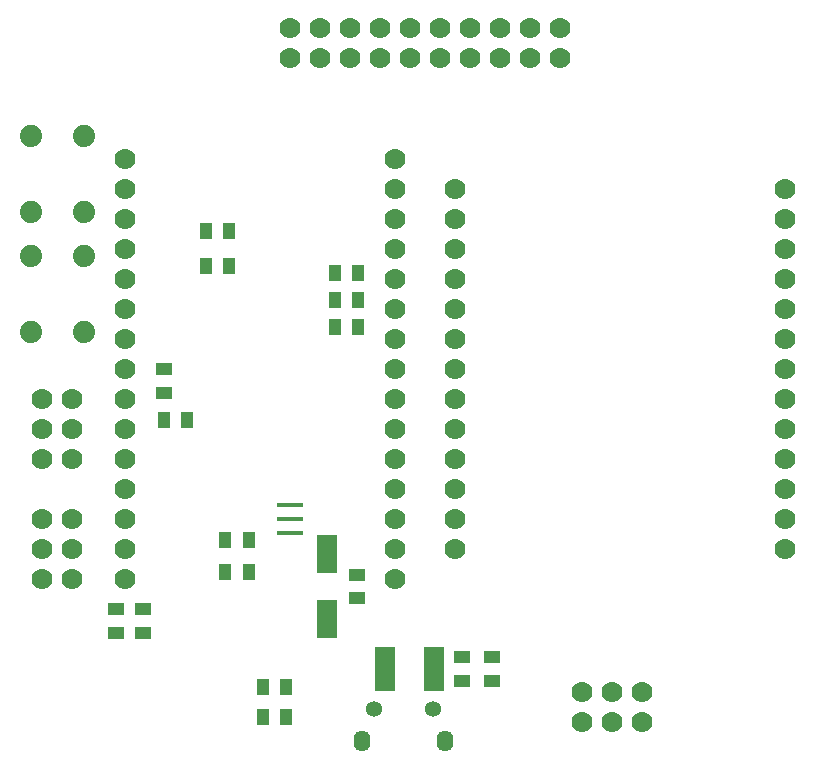
<source format=gbs>
G04 #@! TF.FileFunction,Soldermask,Bot*
%FSLAX46Y46*%
G04 Gerber Fmt 4.6, Leading zero omitted, Abs format (unit mm)*
G04 Created by KiCad (PCBNEW (2015-06-26 BZR 5832)-product) date Samstag, 05. März 2016 'u16' 11:16:22*
%MOMM*%
G01*
G04 APERTURE LIST*
%ADD10C,0.150000*%
%ADD11O,1.450000X1.300000*%
%ADD12O,1.400000X1.800000*%
%ADD13C,1.778000*%
%ADD14R,1.399540X1.099820*%
%ADD15R,1.099820X1.399540*%
%ADD16R,1.699260X3.299460*%
%ADD17R,1.800860X3.700780*%
%ADD18C,1.879600*%
%ADD19R,2.200000X0.400000*%
G04 APERTURE END LIST*
D10*
D11*
X158202000Y-130396000D03*
X153202000Y-130396000D03*
D12*
X159202000Y-133096000D03*
X152202000Y-133096000D03*
D13*
X168910000Y-72750000D03*
X168910000Y-75290000D03*
X166370000Y-72750000D03*
X166370000Y-75290000D03*
X163830000Y-72750000D03*
X163830000Y-75290000D03*
X161290000Y-72750000D03*
X161290000Y-75290000D03*
X158750000Y-72750000D03*
X158750000Y-75290000D03*
X156210000Y-72750000D03*
X156210000Y-75290000D03*
X153670000Y-72750000D03*
X153670000Y-75290000D03*
X151130000Y-72750000D03*
X151130000Y-75290000D03*
X148590000Y-72750000D03*
X148590000Y-75290000D03*
X146050000Y-72750000D03*
X146050000Y-75290000D03*
X160020000Y-86360000D03*
X187960000Y-86360000D03*
X160020000Y-88900000D03*
X187960000Y-88900000D03*
X160020000Y-91440000D03*
X187960000Y-91440000D03*
X160020000Y-93980000D03*
X187960000Y-93980000D03*
X160020000Y-96520000D03*
X187960000Y-96520000D03*
X160020000Y-99060000D03*
X187960000Y-99060000D03*
X160020000Y-101600000D03*
X187960000Y-101600000D03*
X160020000Y-104140000D03*
X187960000Y-104140000D03*
X160020000Y-106680000D03*
X187960000Y-106680000D03*
X160020000Y-109220000D03*
X187960000Y-109220000D03*
X160020000Y-111760000D03*
X187960000Y-111760000D03*
X160020000Y-114300000D03*
X187960000Y-114300000D03*
X160020000Y-116840000D03*
X187960000Y-116840000D03*
X175895000Y-128905000D03*
X173355000Y-128905000D03*
X170815000Y-128905000D03*
X175895000Y-131445000D03*
X173355000Y-131445000D03*
X170815000Y-131445000D03*
X127635000Y-119380000D03*
X125095000Y-119380000D03*
X127635000Y-116840000D03*
X125095000Y-116840000D03*
X127635000Y-114300000D03*
X125095000Y-114300000D03*
X127635000Y-109220000D03*
X125095000Y-109220000D03*
X127635000Y-106680000D03*
X125095000Y-106680000D03*
X127635000Y-104140000D03*
X125095000Y-104140000D03*
X132080000Y-83820000D03*
X154940000Y-83820000D03*
X132080000Y-86360000D03*
X154940000Y-86360000D03*
X132080000Y-88900000D03*
X154940000Y-88900000D03*
X132080000Y-91440000D03*
X154940000Y-91440000D03*
X132080000Y-93980000D03*
X154940000Y-93980000D03*
X132080000Y-96520000D03*
X154940000Y-96520000D03*
X132080000Y-99060000D03*
X154940000Y-99060000D03*
X132080000Y-101600000D03*
X154940000Y-101600000D03*
X132080000Y-104140000D03*
X154940000Y-104140000D03*
X132080000Y-106680000D03*
X154940000Y-106680000D03*
X132080000Y-109220000D03*
X154940000Y-109220000D03*
X132080000Y-111760000D03*
X154940000Y-111760000D03*
X132080000Y-114300000D03*
X154940000Y-114300000D03*
X132080000Y-116840000D03*
X154940000Y-116840000D03*
X132080000Y-119380000D03*
X154940000Y-119380000D03*
D14*
X163195000Y-126001780D03*
X163195000Y-127998220D03*
X160655000Y-126001780D03*
X160655000Y-127998220D03*
D15*
X142603220Y-118745000D03*
X140606780Y-118745000D03*
X140606780Y-116078000D03*
X142603220Y-116078000D03*
D14*
X131318000Y-121937780D03*
X131318000Y-123934220D03*
D16*
X149225000Y-117264180D03*
X149225000Y-122765820D03*
D17*
X154160220Y-127000000D03*
X158259780Y-127000000D03*
D14*
X133604000Y-121937780D03*
X133604000Y-123934220D03*
D15*
X143781780Y-131064000D03*
X145778220Y-131064000D03*
X143781780Y-128524000D03*
X145778220Y-128524000D03*
X140952220Y-92837000D03*
X138955780Y-92837000D03*
X151874220Y-93472000D03*
X149877780Y-93472000D03*
X151874220Y-98044000D03*
X149877780Y-98044000D03*
X151874220Y-95758000D03*
X149877780Y-95758000D03*
X140952220Y-89916000D03*
X138955780Y-89916000D03*
D14*
X151765000Y-119016780D03*
X151765000Y-121013220D03*
D15*
X137396220Y-105918000D03*
X135399780Y-105918000D03*
D14*
X135382000Y-103614220D03*
X135382000Y-101617780D03*
D18*
X124104400Y-98501200D03*
X124104400Y-91998800D03*
X128625600Y-98501200D03*
X128625600Y-91998800D03*
X128625600Y-81838800D03*
X128625600Y-88341200D03*
X124104400Y-81838800D03*
X124104400Y-88341200D03*
D19*
X146050000Y-113100000D03*
X146050000Y-114300000D03*
X146050000Y-115500000D03*
M02*

</source>
